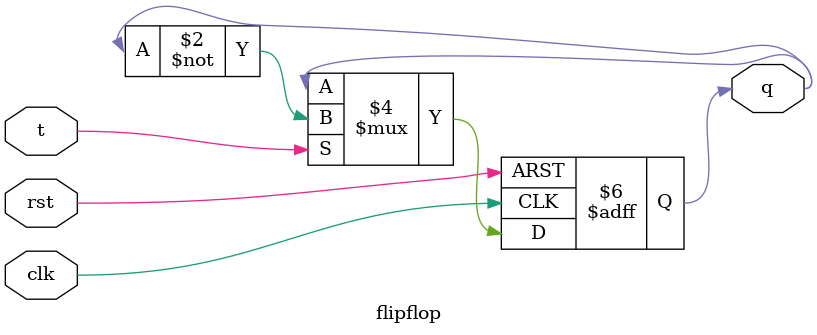
<source format=v>
module flipflop (
  input clk,  // Clock input
  input t,    // T input
  input rst,  // Reset input
  output reg q // Output
);

  always @(posedge clk or posedge rst) begin
    if (rst) begin
      q <= 1'b0;  // Reset the flip-flop to zero
    end else begin
      if (t) begin
        q <= ~q;  // Toggle the flip-flop based on T input
      end
		else begin q <= q;
		end
    end
  end

endmodule 
</source>
